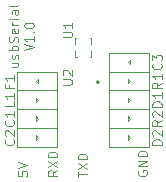
<source format=gto>
G04 #@! TF.GenerationSoftware,KiCad,Pcbnew,(6.0.7-1)-1*
G04 #@! TF.CreationDate,2022-11-14T19:26:16+09:00*
G04 #@! TF.ProjectId,usbSerial,75736253-6572-4696-916c-2e6b69636164,V1.0*
G04 #@! TF.SameCoordinates,Original*
G04 #@! TF.FileFunction,Legend,Top*
G04 #@! TF.FilePolarity,Positive*
%FSLAX46Y46*%
G04 Gerber Fmt 4.6, Leading zero omitted, Abs format (unit mm)*
G04 Created by KiCad (PCBNEW (6.0.7-1)-1) date 2022-11-14 19:26:16*
%MOMM*%
%LPD*%
G01*
G04 APERTURE LIST*
%ADD10C,0.120000*%
%ADD11C,0.200000*%
G04 APERTURE END LIST*
D10*
X-438095Y-4925809D02*
X-438095Y-4468666D01*
X361904Y-4697238D02*
X-438095Y-4697238D01*
X-438095Y-4278190D02*
X361904Y-3744857D01*
X-438095Y-3744857D02*
X361904Y-4278190D01*
X361904Y-3440095D02*
X-438095Y-3440095D01*
X-438095Y-3249619D01*
X-399999Y-3135333D01*
X-323809Y-3059142D01*
X-247619Y-3021047D01*
X-95238Y-2982952D01*
X19047Y-2982952D01*
X171428Y-3021047D01*
X247619Y-3059142D01*
X323809Y-3135333D01*
X361904Y-3249619D01*
X361904Y-3440095D01*
X-2178095Y-4354380D02*
X-2559047Y-4621047D01*
X-2178095Y-4811523D02*
X-2978095Y-4811523D01*
X-2978095Y-4506761D01*
X-2940000Y-4430571D01*
X-2901904Y-4392476D01*
X-2825714Y-4354380D01*
X-2711428Y-4354380D01*
X-2635238Y-4392476D01*
X-2597142Y-4430571D01*
X-2559047Y-4506761D01*
X-2559047Y-4811523D01*
X-2978095Y-4087714D02*
X-2178095Y-3554380D01*
X-2978095Y-3554380D02*
X-2178095Y-4087714D01*
X-2178095Y-3249619D02*
X-2978095Y-3249619D01*
X-2978095Y-3059142D01*
X-2940000Y-2944857D01*
X-2863809Y-2868666D01*
X-2787619Y-2830571D01*
X-2635238Y-2792476D01*
X-2520952Y-2792476D01*
X-2368571Y-2830571D01*
X-2292380Y-2868666D01*
X-2216190Y-2944857D01*
X-2178095Y-3059142D01*
X-2178095Y-3249619D01*
X-5518095Y-4430571D02*
X-5518095Y-4811523D01*
X-5137142Y-4849619D01*
X-5175238Y-4811523D01*
X-5213333Y-4735333D01*
X-5213333Y-4544857D01*
X-5175238Y-4468666D01*
X-5137142Y-4430571D01*
X-5060952Y-4392476D01*
X-4870476Y-4392476D01*
X-4794285Y-4430571D01*
X-4756190Y-4468666D01*
X-4718095Y-4544857D01*
X-4718095Y-4735333D01*
X-4756190Y-4811523D01*
X-4794285Y-4849619D01*
X-5518095Y-4163904D02*
X-4718095Y-3897238D01*
X-5518095Y-3630571D01*
X4680000Y-4392476D02*
X4641904Y-4468666D01*
X4641904Y-4582952D01*
X4680000Y-4697238D01*
X4756190Y-4773428D01*
X4832380Y-4811523D01*
X4984761Y-4849619D01*
X5099047Y-4849619D01*
X5251428Y-4811523D01*
X5327619Y-4773428D01*
X5403809Y-4697238D01*
X5441904Y-4582952D01*
X5441904Y-4506761D01*
X5403809Y-4392476D01*
X5365714Y-4354380D01*
X5099047Y-4354380D01*
X5099047Y-4506761D01*
X5441904Y-4011523D02*
X4641904Y-4011523D01*
X5441904Y-3554380D01*
X4641904Y-3554380D01*
X5441904Y-3173428D02*
X4641904Y-3173428D01*
X4641904Y-2982952D01*
X4680000Y-2868666D01*
X4756190Y-2792476D01*
X4832380Y-2754380D01*
X4984761Y-2716285D01*
X5099047Y-2716285D01*
X5251428Y-2754380D01*
X5327619Y-2792476D01*
X5403809Y-2868666D01*
X5441904Y-2982952D01*
X5441904Y-3173428D01*
X-6015428Y4752380D02*
X-5482095Y4752380D01*
X-6015428Y4409523D02*
X-5596380Y4409523D01*
X-5520190Y4447619D01*
X-5482095Y4523809D01*
X-5482095Y4638095D01*
X-5520190Y4714285D01*
X-5558285Y4752380D01*
X-5520190Y5095238D02*
X-5482095Y5171428D01*
X-5482095Y5323809D01*
X-5520190Y5400000D01*
X-5596380Y5438095D01*
X-5634476Y5438095D01*
X-5710666Y5400000D01*
X-5748761Y5323809D01*
X-5748761Y5209523D01*
X-5786857Y5133333D01*
X-5863047Y5095238D01*
X-5901142Y5095238D01*
X-5977333Y5133333D01*
X-6015428Y5209523D01*
X-6015428Y5323809D01*
X-5977333Y5400000D01*
X-5482095Y5780952D02*
X-6282095Y5780952D01*
X-5977333Y5780952D02*
X-6015428Y5857142D01*
X-6015428Y6009523D01*
X-5977333Y6085714D01*
X-5939238Y6123809D01*
X-5863047Y6161904D01*
X-5634476Y6161904D01*
X-5558285Y6123809D01*
X-5520190Y6085714D01*
X-5482095Y6009523D01*
X-5482095Y5857142D01*
X-5520190Y5780952D01*
X-5520190Y6466666D02*
X-5482095Y6580952D01*
X-5482095Y6771428D01*
X-5520190Y6847619D01*
X-5558285Y6885714D01*
X-5634476Y6923809D01*
X-5710666Y6923809D01*
X-5786857Y6885714D01*
X-5824952Y6847619D01*
X-5863047Y6771428D01*
X-5901142Y6619047D01*
X-5939238Y6542857D01*
X-5977333Y6504761D01*
X-6053523Y6466666D01*
X-6129714Y6466666D01*
X-6205904Y6504761D01*
X-6244000Y6542857D01*
X-6282095Y6619047D01*
X-6282095Y6809523D01*
X-6244000Y6923809D01*
X-5520190Y7571428D02*
X-5482095Y7495238D01*
X-5482095Y7342857D01*
X-5520190Y7266666D01*
X-5596380Y7228571D01*
X-5901142Y7228571D01*
X-5977333Y7266666D01*
X-6015428Y7342857D01*
X-6015428Y7495238D01*
X-5977333Y7571428D01*
X-5901142Y7609523D01*
X-5824952Y7609523D01*
X-5748761Y7228571D01*
X-5482095Y7952380D02*
X-6015428Y7952380D01*
X-5863047Y7952380D02*
X-5939238Y7990476D01*
X-5977333Y8028571D01*
X-6015428Y8104761D01*
X-6015428Y8180952D01*
X-5482095Y8447619D02*
X-6015428Y8447619D01*
X-6282095Y8447619D02*
X-6244000Y8409523D01*
X-6205904Y8447619D01*
X-6244000Y8485714D01*
X-6282095Y8447619D01*
X-6205904Y8447619D01*
X-5482095Y9171428D02*
X-5901142Y9171428D01*
X-5977333Y9133333D01*
X-6015428Y9057142D01*
X-6015428Y8904761D01*
X-5977333Y8828571D01*
X-5520190Y9171428D02*
X-5482095Y9095238D01*
X-5482095Y8904761D01*
X-5520190Y8828571D01*
X-5596380Y8790476D01*
X-5672571Y8790476D01*
X-5748761Y8828571D01*
X-5786857Y8904761D01*
X-5786857Y9095238D01*
X-5824952Y9171428D01*
X-5482095Y9666666D02*
X-5520190Y9590476D01*
X-5596380Y9552380D01*
X-6282095Y9552380D01*
X-4994095Y5780952D02*
X-4194095Y6047619D01*
X-4994095Y6314285D01*
X-4194095Y7000000D02*
X-4194095Y6542857D01*
X-4194095Y6771428D02*
X-4994095Y6771428D01*
X-4879809Y6695238D01*
X-4803619Y6619047D01*
X-4765523Y6542857D01*
X-4270285Y7342857D02*
X-4232190Y7380952D01*
X-4194095Y7342857D01*
X-4232190Y7304761D01*
X-4270285Y7342857D01*
X-4194095Y7342857D01*
X-4994095Y7876190D02*
X-4994095Y7952380D01*
X-4956000Y8028571D01*
X-4917904Y8066666D01*
X-4841714Y8104761D01*
X-4689333Y8142857D01*
X-4498857Y8142857D01*
X-4346476Y8104761D01*
X-4270285Y8066666D01*
X-4232190Y8028571D01*
X-4194095Y7952380D01*
X-4194095Y7876190D01*
X-4232190Y7800000D01*
X-4270285Y7761904D01*
X-4346476Y7723809D01*
X-4498857Y7685714D01*
X-4689333Y7685714D01*
X-4841714Y7723809D01*
X-4917904Y7761904D01*
X-4956000Y7800000D01*
X-4994095Y7876190D01*
X-5838095Y1466666D02*
X-5838095Y1085714D01*
X-6638095Y1085714D01*
X-5838095Y2152380D02*
X-5838095Y1695238D01*
X-5838095Y1923809D02*
X-6638095Y1923809D01*
X-6523809Y1847619D01*
X-6447619Y1771428D01*
X-6409523Y1695238D01*
X6661904Y-2190476D02*
X5861904Y-2190476D01*
X5861904Y-2000000D01*
X5900000Y-1885714D01*
X5976190Y-1809523D01*
X6052380Y-1771428D01*
X6204761Y-1733333D01*
X6319047Y-1733333D01*
X6471428Y-1771428D01*
X6547619Y-1809523D01*
X6623809Y-1885714D01*
X6661904Y-2000000D01*
X6661904Y-2190476D01*
X5938095Y-1428571D02*
X5900000Y-1390476D01*
X5861904Y-1314285D01*
X5861904Y-1123809D01*
X5900000Y-1047619D01*
X5938095Y-1009523D01*
X6014285Y-971428D01*
X6090476Y-971428D01*
X6204761Y-1009523D01*
X6661904Y-1466666D01*
X6661904Y-971428D01*
X-1738095Y2890476D02*
X-1090476Y2890476D01*
X-1014285Y2928571D01*
X-976190Y2966666D01*
X-938095Y3042857D01*
X-938095Y3195238D01*
X-976190Y3271428D01*
X-1014285Y3309523D01*
X-1090476Y3347619D01*
X-1738095Y3347619D01*
X-1661904Y3690476D02*
X-1700000Y3728571D01*
X-1738095Y3804761D01*
X-1738095Y3995238D01*
X-1700000Y4071428D01*
X-1661904Y4109523D01*
X-1585714Y4147619D01*
X-1509523Y4147619D01*
X-1395238Y4109523D01*
X-938095Y3652380D01*
X-938095Y4147619D01*
X6661904Y3066666D02*
X6280952Y2800000D01*
X6661904Y2609523D02*
X5861904Y2609523D01*
X5861904Y2914285D01*
X5900000Y2990476D01*
X5938095Y3028571D01*
X6014285Y3066666D01*
X6128571Y3066666D01*
X6204761Y3028571D01*
X6242857Y2990476D01*
X6280952Y2914285D01*
X6280952Y2609523D01*
X6661904Y3828571D02*
X6661904Y3371428D01*
X6661904Y3600000D02*
X5861904Y3600000D01*
X5976190Y3523809D01*
X6052380Y3447619D01*
X6090476Y3371428D01*
X-1738095Y6890476D02*
X-1090476Y6890476D01*
X-1014285Y6928571D01*
X-976190Y6966666D01*
X-938095Y7042857D01*
X-938095Y7195238D01*
X-976190Y7271428D01*
X-1014285Y7309523D01*
X-1090476Y7347619D01*
X-1738095Y7347619D01*
X-938095Y8147619D02*
X-938095Y7690476D01*
X-938095Y7919047D02*
X-1738095Y7919047D01*
X-1623809Y7842857D01*
X-1547619Y7766666D01*
X-1509523Y7690476D01*
X-5914285Y-133333D02*
X-5876190Y-171428D01*
X-5838095Y-285714D01*
X-5838095Y-361904D01*
X-5876190Y-476190D01*
X-5952380Y-552380D01*
X-6028571Y-590476D01*
X-6180952Y-628571D01*
X-6295238Y-628571D01*
X-6447619Y-590476D01*
X-6523809Y-552380D01*
X-6600000Y-476190D01*
X-6638095Y-361904D01*
X-6638095Y-285714D01*
X-6600000Y-171428D01*
X-6561904Y-133333D01*
X-5838095Y628571D02*
X-5838095Y171428D01*
X-5838095Y400000D02*
X-6638095Y400000D01*
X-6523809Y323809D01*
X-6447619Y247619D01*
X-6409523Y171428D01*
X6585714Y4666666D02*
X6623809Y4628571D01*
X6661904Y4514285D01*
X6661904Y4438095D01*
X6623809Y4323809D01*
X6547619Y4247619D01*
X6471428Y4209523D01*
X6319047Y4171428D01*
X6204761Y4171428D01*
X6052380Y4209523D01*
X5976190Y4247619D01*
X5900000Y4323809D01*
X5861904Y4438095D01*
X5861904Y4514285D01*
X5900000Y4628571D01*
X5938095Y4666666D01*
X5861904Y4933333D02*
X5861904Y5428571D01*
X6166666Y5161904D01*
X6166666Y5276190D01*
X6204761Y5352380D01*
X6242857Y5390476D01*
X6319047Y5428571D01*
X6509523Y5428571D01*
X6585714Y5390476D01*
X6623809Y5352380D01*
X6661904Y5276190D01*
X6661904Y5047619D01*
X6623809Y4971428D01*
X6585714Y4933333D01*
X6661904Y-133333D02*
X6280952Y-400000D01*
X6661904Y-590476D02*
X5861904Y-590476D01*
X5861904Y-285714D01*
X5900000Y-209523D01*
X5938095Y-171428D01*
X6014285Y-133333D01*
X6128571Y-133333D01*
X6204761Y-171428D01*
X6242857Y-209523D01*
X6280952Y-285714D01*
X6280952Y-590476D01*
X5938095Y171428D02*
X5900000Y209523D01*
X5861904Y285714D01*
X5861904Y476190D01*
X5900000Y552380D01*
X5938095Y590476D01*
X6014285Y628571D01*
X6090476Y628571D01*
X6204761Y590476D01*
X6661904Y133333D01*
X6661904Y628571D01*
X6661904Y1009523D02*
X5861904Y1009523D01*
X5861904Y1200000D01*
X5900000Y1314285D01*
X5976190Y1390476D01*
X6052380Y1428571D01*
X6204761Y1466666D01*
X6319047Y1466666D01*
X6471428Y1428571D01*
X6547619Y1390476D01*
X6623809Y1314285D01*
X6661904Y1200000D01*
X6661904Y1009523D01*
X6661904Y2228571D02*
X6661904Y1771428D01*
X6661904Y2000000D02*
X5861904Y2000000D01*
X5976190Y1923809D01*
X6052380Y1847619D01*
X6090476Y1771428D01*
X-5914285Y-1733333D02*
X-5876190Y-1771428D01*
X-5838095Y-1885714D01*
X-5838095Y-1961904D01*
X-5876190Y-2076190D01*
X-5952380Y-2152380D01*
X-6028571Y-2190476D01*
X-6180952Y-2228571D01*
X-6295238Y-2228571D01*
X-6447619Y-2190476D01*
X-6523809Y-2152380D01*
X-6600000Y-2076190D01*
X-6638095Y-1961904D01*
X-6638095Y-1885714D01*
X-6600000Y-1771428D01*
X-6561904Y-1733333D01*
X-6561904Y-1428571D02*
X-6600000Y-1390476D01*
X-6638095Y-1314285D01*
X-6638095Y-1123809D01*
X-6600000Y-1047619D01*
X-6561904Y-1009523D01*
X-6485714Y-971428D01*
X-6409523Y-971428D01*
X-6295238Y-1009523D01*
X-5838095Y-1466666D01*
X-5838095Y-971428D01*
X-6257142Y2833333D02*
X-6257142Y2566666D01*
X-5838095Y2566666D02*
X-6638095Y2566666D01*
X-6638095Y2947619D01*
X-5838095Y3671428D02*
X-5838095Y3214285D01*
X-5838095Y3442857D02*
X-6638095Y3442857D01*
X-6523809Y3366666D01*
X-6447619Y3290476D01*
X-6409523Y3214285D01*
X-4000000Y1800000D02*
X-3800000Y1600000D01*
X-4000000Y1400000D02*
X-4000000Y1800000D01*
X-2200000Y800000D02*
X-2200000Y2400000D01*
X-2200000Y800000D02*
X-5600000Y800000D01*
X-2200000Y2400000D02*
X-5600000Y2400000D01*
X-5600000Y800000D02*
X-5600000Y2400000D01*
X-3800000Y1600000D02*
X-4000000Y1400000D01*
X4000000Y-1600000D02*
X3800000Y-1800000D01*
X2200000Y-2400000D02*
X2200000Y-800000D01*
X5600000Y-2400000D02*
X5600000Y-800000D01*
X3800000Y-1400000D02*
X4000000Y-1600000D01*
X5600000Y-800000D02*
X2200000Y-800000D01*
X3800000Y-1800000D02*
X3800000Y-1400000D01*
X5600000Y-2400000D02*
X2200000Y-2400000D01*
D11*
X1350000Y3100000D02*
G75*
G03*
X1350000Y3100000I-100000J0D01*
G01*
D10*
X3800000Y3000000D02*
X3800000Y3400000D01*
X3800000Y3400000D02*
X4000000Y3200000D01*
X2200000Y2400000D02*
X2200000Y4000000D01*
X5600000Y4000000D02*
X2200000Y4000000D01*
X5600000Y2400000D02*
X2200000Y2400000D01*
X5600000Y2400000D02*
X5600000Y4000000D01*
X4000000Y3200000D02*
X3800000Y3000000D01*
X600000Y6800000D02*
X700000Y6800000D01*
X-700000Y5200000D02*
X-700000Y5700000D01*
X700000Y6800000D02*
X700000Y6300000D01*
X-700000Y6300000D02*
X-700000Y6800000D01*
X-500000Y5200000D02*
X-700000Y5200000D01*
X700000Y5200000D02*
X600000Y5200000D01*
X700000Y5700000D02*
X700000Y5200000D01*
X-700000Y6800000D02*
X-600000Y6800000D01*
X-2200000Y800000D02*
X-5600000Y800000D01*
X-2200000Y-800000D02*
X-2200000Y800000D01*
X-4000000Y200000D02*
X-3800000Y0D01*
X-2200000Y-800000D02*
X-5600000Y-800000D01*
X-4000000Y-200000D02*
X-4000000Y200000D01*
X-3800000Y0D02*
X-4000000Y-200000D01*
X-5600000Y-800000D02*
X-5600000Y800000D01*
X2200000Y4000000D02*
X5600000Y4000000D01*
X5600000Y5600000D02*
X5600000Y4000000D01*
X2200000Y5600000D02*
X5600000Y5600000D01*
X2200000Y5600000D02*
X2200000Y4000000D01*
X4000000Y4600000D02*
X3800000Y4800000D01*
X4000000Y5000000D02*
X4000000Y4600000D01*
X3800000Y4800000D02*
X4000000Y5000000D01*
X3800000Y-200000D02*
X3800000Y200000D01*
X3800000Y200000D02*
X4000000Y0D01*
X5600000Y-800000D02*
X5600000Y800000D01*
X4000000Y0D02*
X3800000Y-200000D01*
X2200000Y-800000D02*
X2200000Y800000D01*
X5600000Y-800000D02*
X2200000Y-800000D01*
X5600000Y800000D02*
X2200000Y800000D01*
X5600000Y2400000D02*
X2200000Y2400000D01*
X4000000Y1600000D02*
X3800000Y1400000D01*
X5600000Y800000D02*
X2200000Y800000D01*
X5600000Y800000D02*
X5600000Y2400000D01*
X3800000Y1800000D02*
X4000000Y1600000D01*
X2200000Y800000D02*
X2200000Y2400000D01*
X3800000Y1400000D02*
X3800000Y1800000D01*
X-4000000Y-1400000D02*
X-3800000Y-1600000D01*
X-3800000Y-1600000D02*
X-4000000Y-1800000D01*
X-2200000Y-2400000D02*
X-5600000Y-2400000D01*
X-4000000Y-1800000D02*
X-4000000Y-1400000D01*
X-2200000Y-800000D02*
X-5600000Y-800000D01*
X-2200000Y-2400000D02*
X-2200000Y-800000D01*
X-5600000Y-2400000D02*
X-5600000Y-800000D01*
X-4000000Y3200000D02*
X-3800000Y3400000D01*
X-5600000Y2400000D02*
X-2200000Y2400000D01*
X-5600000Y4000000D02*
X-5600000Y2400000D01*
X-3800000Y3400000D02*
X-3800000Y3000000D01*
X-3800000Y3000000D02*
X-4000000Y3200000D01*
X-2200000Y4000000D02*
X-2200000Y2400000D01*
X-5600000Y4000000D02*
X-2200000Y4000000D01*
M02*

</source>
